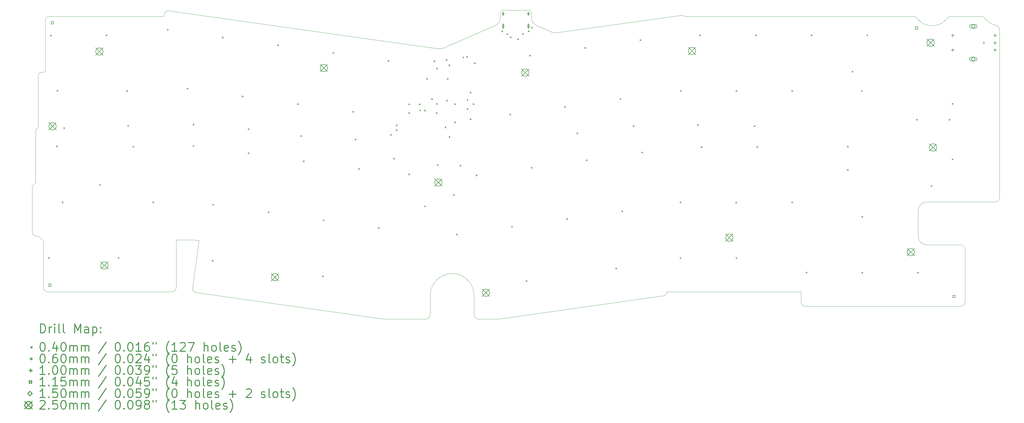
<source format=gbr>
%FSLAX45Y45*%
G04 Gerber Fmt 4.5, Leading zero omitted, Abs format (unit mm)*
G04 Created by KiCad (PCBNEW (5.1.9)-1) date 2021-06-30 09:07:26*
%MOMM*%
%LPD*%
G01*
G04 APERTURE LIST*
%TA.AperFunction,Profile*%
%ADD10C,0.100000*%
%TD*%
%ADD11C,0.200000*%
%ADD12C,0.300000*%
G04 APERTURE END LIST*
D10*
X-350000Y1705000D02*
X-200000Y1555000D01*
X16676077Y8908506D02*
G75*
G02*
X16495700Y9183625I119623J275119D01*
G01*
X17196080Y8682408D02*
X16676077Y8908506D01*
X17357454Y8660446D02*
G75*
G02*
X17196080Y8682408I-41752J297080D01*
G01*
X21611421Y9258303D02*
X17357454Y8660446D01*
X21611421Y9258303D02*
G75*
G02*
X21734021Y9220000I20876J-148540D01*
G01*
X29562946Y9220000D02*
X21734021Y9220000D01*
X29562946Y9220000D02*
G75*
G02*
X29683139Y9159742I0J-150000D01*
G01*
X30724811Y9159742D02*
G75*
G02*
X29683139Y9159742I-520836J388883D01*
G01*
X30724811Y9159742D02*
G75*
G02*
X30845004Y9220000I120193J-89742D01*
G01*
X31882446Y9220000D02*
X30845004Y9220000D01*
X31882446Y9220000D02*
G75*
G02*
X32002639Y9159742I0J-150000D01*
G01*
X32389412Y8912601D02*
G75*
G02*
X32002639Y9159742I134063J636025D01*
G01*
X32389412Y8912601D02*
G75*
G02*
X32508475Y8765826I-30938J-146775D01*
G01*
X32508475Y3021850D02*
X32508475Y8765826D01*
X32508475Y3021850D02*
G75*
G02*
X32358475Y2871850I-150000J0D01*
G01*
X30022525Y2871850D02*
X32358475Y2871850D01*
X29722525Y2571850D02*
G75*
G02*
X30022525Y2871850I300000J0D01*
G01*
X29722525Y1704850D02*
X29722525Y2571850D01*
X30022525Y1404850D02*
G75*
G02*
X29722525Y1704850I0J300000D01*
G01*
X31177525Y1404850D02*
X30022525Y1404850D01*
X31177525Y1404850D02*
G75*
G02*
X31327525Y1254850I0J-150000D01*
G01*
X31327525Y-545150D02*
X31327525Y1254850D01*
X31327525Y-545150D02*
G75*
G02*
X31177525Y-695150I-150000J0D01*
G01*
X25867525Y-695150D02*
X31177525Y-695150D01*
X25867525Y-695150D02*
G75*
G02*
X25717525Y-545150I0J150000D01*
G01*
X25717525Y-200000D02*
X25717525Y-545150D01*
X21134093Y-200000D02*
X25717525Y-200000D01*
X21134093Y-200000D02*
G75*
G02*
X21005244Y-339466I-149725J9075D01*
G01*
X15365651Y-1132059D02*
X21005244Y-339466D01*
X15365651Y-1132059D02*
G75*
G02*
X15344775Y-1133519I-20876J148540D01*
G01*
X14685254Y-1133519D02*
X15344775Y-1133519D01*
X14685254Y-1133519D02*
G75*
G02*
X14535254Y-983519I0J150000D01*
G01*
X14535254Y-327779D02*
X14535254Y-983519D01*
X13035254Y-327779D02*
G75*
G02*
X14535254Y-327779I750000J0D01*
G01*
X13035254Y-327779D02*
X13035254Y-983519D01*
X13035254Y-983519D02*
G75*
G02*
X12885254Y-1133519I-150000J0D01*
G01*
X11471914Y-1133519D02*
X12885254Y-1133519D01*
X11471914Y-1133519D02*
G75*
G02*
X11451038Y-1132059I0J150000D01*
G01*
X5029602Y-229585D02*
X11451038Y-1132059D01*
X5029602Y-229585D02*
G75*
G02*
X4901937Y-60169I20876J148540D01*
G01*
X4901937Y-60169D02*
X5128790Y1553968D01*
X5128790Y1553968D02*
X4943563Y1580000D01*
X4943563Y1580000D02*
X4344375Y1580000D01*
X4344375Y1580000D02*
X4344375Y-50000D01*
X4344375Y-50000D02*
G75*
G02*
X4194375Y-200000I-150000J0D01*
G01*
X-50000Y-200000D02*
X4194375Y-200000D01*
X-50000Y-200000D02*
G75*
G02*
X-200000Y-50000I0J150000D01*
G01*
X-200000Y1555000D02*
X-200000Y-50000D01*
X-427075Y1705000D02*
X-350000Y1705000D01*
X-427075Y1705000D02*
G75*
G02*
X-577075Y1855000I0J150000D01*
G01*
X-577075Y3359802D02*
X-577075Y1855000D01*
X-577075Y3359802D02*
G75*
G02*
X-464725Y3505000I150000J0D01*
G01*
X-464725Y5275423D02*
X-464725Y3505000D01*
X-464725Y5275423D02*
G75*
G02*
X-380975Y5410000I150000J0D01*
G01*
X-380975Y7165000D02*
X-380975Y5410000D01*
X-380975Y7165000D02*
G75*
G02*
X-230975Y7315000I150000J0D01*
G01*
X-133325Y7315000D02*
X-230975Y7315000D01*
X-133325Y9070000D02*
X-133325Y7315000D01*
X-133325Y9070000D02*
G75*
G02*
X16675Y9220000I150000J0D01*
G01*
X3927757Y9220000D02*
X16675Y9220000D01*
X3936904Y9285085D02*
X3927757Y9220000D01*
X3936904Y9285085D02*
G75*
G02*
X4106320Y9412749I148540J-20876D01*
G01*
X13324561Y8117210D02*
X4106320Y9412749D01*
X13485936Y8139171D02*
G75*
G02*
X13324561Y8117210I-119623J275119D01*
G01*
X15255322Y8908506D02*
X13485936Y8139171D01*
X15435700Y9183625D02*
G75*
G02*
X15255322Y8908506I-300000J0D01*
G01*
X15435700Y9333625D02*
X15435700Y9183625D01*
X15435700Y9333625D02*
G75*
G02*
X15535700Y9433625I100000J0D01*
G01*
X16395700Y9433625D02*
X15535700Y9433625D01*
X16395700Y9433625D02*
G75*
G02*
X16495700Y9333625I0J-100000D01*
G01*
X16495700Y9183625D02*
X16495700Y9333625D01*
D11*
X-30500Y972000D02*
X9500Y932000D01*
X9500Y972000D02*
X-30500Y932000D01*
X38500Y8588500D02*
X78500Y8548500D01*
X78500Y8588500D02*
X38500Y8548500D01*
X250000Y4795000D02*
X290000Y4755000D01*
X290000Y4795000D02*
X250000Y4755000D01*
X267500Y6697500D02*
X307500Y6657500D01*
X307500Y6697500D02*
X267500Y6657500D01*
X440000Y2878500D02*
X480000Y2838500D01*
X480000Y2878500D02*
X440000Y2838500D01*
X499000Y5417000D02*
X539000Y5377000D01*
X539000Y5417000D02*
X499000Y5377000D01*
X1719000Y3476000D02*
X1759000Y3436000D01*
X1759000Y3476000D02*
X1719000Y3436000D01*
X1942500Y8595000D02*
X1982500Y8555000D01*
X1982500Y8595000D02*
X1942500Y8555000D01*
X2353500Y978500D02*
X2393500Y938500D01*
X2393500Y978500D02*
X2353500Y938500D01*
X2648500Y6688500D02*
X2688500Y6648500D01*
X2688500Y6688500D02*
X2648500Y6648500D01*
X2685500Y5499500D02*
X2725500Y5459500D01*
X2725500Y5499500D02*
X2685500Y5459500D01*
X2860500Y4780000D02*
X2900500Y4740000D01*
X2900500Y4780000D02*
X2860500Y4740000D01*
X3543500Y2878000D02*
X3583500Y2838000D01*
X3583500Y2878000D02*
X3543500Y2838000D01*
X4040000Y8785000D02*
X4080000Y8745000D01*
X4080000Y8785000D02*
X4040000Y8745000D01*
X4715000Y6770000D02*
X4755000Y6730000D01*
X4755000Y6770000D02*
X4715000Y6730000D01*
X4920000Y5538000D02*
X4960000Y5498000D01*
X4960000Y5538000D02*
X4920000Y5498000D01*
X4920000Y4805000D02*
X4960000Y4765000D01*
X4960000Y4805000D02*
X4920000Y4765000D01*
X5575000Y880000D02*
X5615000Y840000D01*
X5615000Y880000D02*
X5575000Y840000D01*
X5595000Y2800000D02*
X5635000Y2760000D01*
X5635000Y2800000D02*
X5595000Y2760000D01*
X5920000Y8520000D02*
X5960000Y8480000D01*
X5960000Y8520000D02*
X5920000Y8480000D01*
X6600000Y6505000D02*
X6640000Y6465000D01*
X6640000Y6505000D02*
X6600000Y6465000D01*
X6805000Y5381000D02*
X6845000Y5341000D01*
X6845000Y5381000D02*
X6805000Y5341000D01*
X6805000Y4560000D02*
X6845000Y4520000D01*
X6845000Y4560000D02*
X6805000Y4520000D01*
X7490000Y2540000D02*
X7530000Y2500000D01*
X7530000Y2540000D02*
X7490000Y2500000D01*
X7810000Y8255000D02*
X7850000Y8215000D01*
X7850000Y8255000D02*
X7810000Y8215000D01*
X8490000Y6240000D02*
X8530000Y6200000D01*
X8530000Y6240000D02*
X8490000Y6200000D01*
X8603000Y5152000D02*
X8643000Y5112000D01*
X8643000Y5152000D02*
X8603000Y5112000D01*
X8690000Y4285000D02*
X8730000Y4245000D01*
X8730000Y4285000D02*
X8690000Y4245000D01*
X9345000Y350000D02*
X9385000Y310000D01*
X9385000Y350000D02*
X9345000Y310000D01*
X9370000Y2265000D02*
X9410000Y2225000D01*
X9410000Y2265000D02*
X9370000Y2225000D01*
X9700000Y7990000D02*
X9740000Y7950000D01*
X9740000Y7990000D02*
X9700000Y7950000D01*
X10375000Y5975000D02*
X10415000Y5935000D01*
X10415000Y5975000D02*
X10375000Y5935000D01*
X10464000Y5031000D02*
X10504000Y4991000D01*
X10504000Y5031000D02*
X10464000Y4991000D01*
X10580000Y4020000D02*
X10620000Y3980000D01*
X10620000Y4020000D02*
X10580000Y3980000D01*
X11255000Y2005000D02*
X11295000Y1965000D01*
X11295000Y2005000D02*
X11255000Y1965000D01*
X11585000Y7725000D02*
X11625000Y7685000D01*
X11625000Y7725000D02*
X11585000Y7685000D01*
X11670000Y5190000D02*
X11710000Y5150000D01*
X11710000Y5190000D02*
X11670000Y5150000D01*
X11780000Y4380000D02*
X11820000Y4340000D01*
X11820000Y4380000D02*
X11780000Y4340000D01*
X11865000Y5349000D02*
X11905000Y5309000D01*
X11905000Y5349000D02*
X11865000Y5309000D01*
X11870000Y5510000D02*
X11910000Y5470000D01*
X11910000Y5510000D02*
X11870000Y5470000D01*
X12297000Y5937000D02*
X12337000Y5897000D01*
X12337000Y5937000D02*
X12297000Y5897000D01*
X12299000Y3835000D02*
X12339000Y3795000D01*
X12339000Y3835000D02*
X12299000Y3795000D01*
X12300000Y6230000D02*
X12340000Y6190000D01*
X12340000Y6230000D02*
X12300000Y6190000D01*
X12655000Y6230000D02*
X12695000Y6190000D01*
X12695000Y6230000D02*
X12655000Y6190000D01*
X12671000Y6025000D02*
X12711000Y5985000D01*
X12711000Y6025000D02*
X12671000Y5985000D01*
X12830000Y6024000D02*
X12870000Y5984000D01*
X12870000Y6024000D02*
X12830000Y5984000D01*
X12840000Y2740000D02*
X12880000Y2700000D01*
X12880000Y2740000D02*
X12840000Y2700000D01*
X12905000Y7105000D02*
X12945000Y7065000D01*
X12945000Y7105000D02*
X12905000Y7065000D01*
X13077000Y6411000D02*
X13117000Y6371000D01*
X13117000Y6411000D02*
X13077000Y6371000D01*
X13162000Y7707000D02*
X13202000Y7667000D01*
X13202000Y7707000D02*
X13162000Y7667000D01*
X13237000Y5937000D02*
X13277000Y5897000D01*
X13277000Y5937000D02*
X13237000Y5897000D01*
X13244500Y6244500D02*
X13284500Y6204500D01*
X13284500Y6244500D02*
X13244500Y6204500D01*
X13252000Y7462000D02*
X13292000Y7422000D01*
X13292000Y7462000D02*
X13252000Y7422000D01*
X13273000Y4159000D02*
X13313000Y4119000D01*
X13313000Y4159000D02*
X13273000Y4119000D01*
X13538000Y5448000D02*
X13578000Y5408000D01*
X13578000Y5448000D02*
X13538000Y5408000D01*
X13577615Y7758385D02*
X13617615Y7718385D01*
X13617615Y7758385D02*
X13577615Y7718385D01*
X13590000Y6360000D02*
X13630000Y6320000D01*
X13630000Y6360000D02*
X13590000Y6320000D01*
X13615000Y7105000D02*
X13655000Y7065000D01*
X13655000Y7105000D02*
X13615000Y7065000D01*
X13665525Y7567475D02*
X13705525Y7527475D01*
X13705525Y7567475D02*
X13665525Y7527475D01*
X13675000Y5115000D02*
X13715000Y5075000D01*
X13715000Y5115000D02*
X13675000Y5075000D01*
X13822000Y3131000D02*
X13862000Y3091000D01*
X13862000Y3131000D02*
X13822000Y3091000D01*
X13865000Y6239000D02*
X13905000Y6199000D01*
X13905000Y6239000D02*
X13865000Y6199000D01*
X13865000Y5615000D02*
X13905000Y5575000D01*
X13905000Y5615000D02*
X13865000Y5575000D01*
X13930000Y1780000D02*
X13970000Y1740000D01*
X13970000Y1780000D02*
X13930000Y1740000D01*
X14050000Y4132000D02*
X14090000Y4092000D01*
X14090000Y4132000D02*
X14050000Y4092000D01*
X14148737Y7837263D02*
X14188737Y7797263D01*
X14188737Y7837263D02*
X14148737Y7797263D01*
X14281912Y7858088D02*
X14321912Y7818088D01*
X14321912Y7858088D02*
X14281912Y7818088D01*
X14293000Y6389000D02*
X14333000Y6349000D01*
X14333000Y6389000D02*
X14293000Y6349000D01*
X14293000Y6073000D02*
X14333000Y6033000D01*
X14333000Y6073000D02*
X14293000Y6033000D01*
X14398000Y6642000D02*
X14438000Y6602000D01*
X14438000Y6642000D02*
X14398000Y6602000D01*
X14400000Y5722346D02*
X14440000Y5682346D01*
X14440000Y5722346D02*
X14400000Y5682346D01*
X14501000Y6239000D02*
X14541000Y6199000D01*
X14541000Y6239000D02*
X14501000Y6199000D01*
X14545000Y7640000D02*
X14585000Y7600000D01*
X14585000Y7640000D02*
X14545000Y7600000D01*
X14600000Y3800000D02*
X14640000Y3760000D01*
X14640000Y3800000D02*
X14600000Y3760000D01*
X15477000Y8733000D02*
X15517000Y8693000D01*
X15517000Y8733000D02*
X15477000Y8693000D01*
X15652500Y8632500D02*
X15692500Y8592500D01*
X15692500Y8632500D02*
X15652500Y8592500D01*
X15755000Y5885000D02*
X15795000Y5845000D01*
X15795000Y5885000D02*
X15755000Y5845000D01*
X15767500Y8530000D02*
X15807500Y8490000D01*
X15807500Y8530000D02*
X15767500Y8490000D01*
X15810000Y2045000D02*
X15850000Y2005000D01*
X15850000Y2045000D02*
X15810000Y2005000D01*
X16025000Y8457500D02*
X16065000Y8417500D01*
X16065000Y8457500D02*
X16025000Y8417500D01*
X16187500Y8635000D02*
X16227500Y8595000D01*
X16227500Y8635000D02*
X16187500Y8595000D01*
X16310000Y190000D02*
X16350000Y150000D01*
X16350000Y190000D02*
X16310000Y150000D01*
X16390126Y8732626D02*
X16430126Y8692626D01*
X16430126Y8732626D02*
X16390126Y8692626D01*
X16430000Y7900000D02*
X16470000Y7860000D01*
X16470000Y7900000D02*
X16430000Y7860000D01*
X16485000Y4065000D02*
X16525000Y4025000D01*
X16525000Y4065000D02*
X16485000Y4025000D01*
X16499882Y8857882D02*
X16539882Y8817882D01*
X16539882Y8857882D02*
X16499882Y8817882D01*
X17635000Y6150000D02*
X17675000Y6110000D01*
X17675000Y6150000D02*
X17635000Y6110000D01*
X17695000Y2310000D02*
X17735000Y2270000D01*
X17735000Y2310000D02*
X17695000Y2270000D01*
X18050000Y5245000D02*
X18090000Y5205000D01*
X18090000Y5245000D02*
X18050000Y5205000D01*
X18320000Y8165000D02*
X18360000Y8125000D01*
X18360000Y8165000D02*
X18320000Y8125000D01*
X18370000Y4320000D02*
X18410000Y4280000D01*
X18410000Y4320000D02*
X18370000Y4280000D01*
X19375000Y620000D02*
X19415000Y580000D01*
X19415000Y620000D02*
X19375000Y580000D01*
X19525000Y6415000D02*
X19565000Y6375000D01*
X19565000Y6415000D02*
X19525000Y6375000D01*
X19585000Y2575000D02*
X19625000Y2535000D01*
X19625000Y2575000D02*
X19585000Y2535000D01*
X19972500Y5487500D02*
X20012500Y5447500D01*
X20012500Y5487500D02*
X19972500Y5447500D01*
X20205000Y8430000D02*
X20245000Y8390000D01*
X20245000Y8430000D02*
X20205000Y8390000D01*
X20265000Y4585000D02*
X20305000Y4545000D01*
X20305000Y4585000D02*
X20265000Y4545000D01*
X21580000Y2880000D02*
X21620000Y2840000D01*
X21620000Y2880000D02*
X21580000Y2840000D01*
X21580000Y970000D02*
X21620000Y930000D01*
X21620000Y970000D02*
X21580000Y930000D01*
X21590000Y6695000D02*
X21630000Y6655000D01*
X21630000Y6695000D02*
X21590000Y6655000D01*
X22169500Y5525500D02*
X22209500Y5485500D01*
X22209500Y5525500D02*
X22169500Y5485500D01*
X22245000Y8595000D02*
X22285000Y8555000D01*
X22285000Y8595000D02*
X22245000Y8555000D01*
X22295000Y4770000D02*
X22335000Y4730000D01*
X22335000Y4770000D02*
X22295000Y4730000D01*
X23485000Y2870000D02*
X23525000Y2830000D01*
X23525000Y2870000D02*
X23485000Y2830000D01*
X23490000Y6690000D02*
X23530000Y6650000D01*
X23530000Y6690000D02*
X23490000Y6650000D01*
X23490000Y970000D02*
X23530000Y930000D01*
X23530000Y970000D02*
X23490000Y930000D01*
X24107000Y5483000D02*
X24147000Y5443000D01*
X24147000Y5483000D02*
X24107000Y5443000D01*
X24160000Y8595000D02*
X24200000Y8555000D01*
X24200000Y8595000D02*
X24160000Y8555000D01*
X24200000Y4775000D02*
X24240000Y4735000D01*
X24240000Y4775000D02*
X24200000Y4735000D01*
X25395000Y6685000D02*
X25435000Y6645000D01*
X25435000Y6685000D02*
X25395000Y6645000D01*
X25395000Y2875000D02*
X25435000Y2835000D01*
X25435000Y2875000D02*
X25395000Y2835000D01*
X25890000Y480000D02*
X25930000Y440000D01*
X25930000Y480000D02*
X25890000Y440000D01*
X26060000Y8595000D02*
X26100000Y8555000D01*
X26100000Y8595000D02*
X26060000Y8555000D01*
X27300000Y4785000D02*
X27340000Y4745000D01*
X27340000Y4785000D02*
X27300000Y4745000D01*
X27300000Y3990000D02*
X27340000Y3950000D01*
X27340000Y3990000D02*
X27300000Y3950000D01*
X27458500Y7351500D02*
X27498500Y7311500D01*
X27498500Y7351500D02*
X27458500Y7311500D01*
X27780000Y6685000D02*
X27820000Y6645000D01*
X27820000Y6685000D02*
X27780000Y6645000D01*
X27795000Y2385000D02*
X27835000Y2345000D01*
X27835000Y2385000D02*
X27795000Y2345000D01*
X27795000Y470000D02*
X27835000Y430000D01*
X27835000Y470000D02*
X27795000Y430000D01*
X27965000Y8600000D02*
X28005000Y8560000D01*
X28005000Y8600000D02*
X27965000Y8560000D01*
X29662000Y5705000D02*
X29702000Y5665000D01*
X29702000Y5705000D02*
X29662000Y5665000D01*
X29695000Y470000D02*
X29735000Y430000D01*
X29735000Y470000D02*
X29695000Y430000D01*
X30164000Y3438000D02*
X30204000Y3398000D01*
X30204000Y3438000D02*
X30164000Y3398000D01*
X30777000Y5705000D02*
X30817000Y5665000D01*
X30817000Y5705000D02*
X30777000Y5665000D01*
X30880000Y6250000D02*
X30920000Y6210000D01*
X30920000Y6250000D02*
X30880000Y6210000D01*
X30885000Y4350000D02*
X30925000Y4310000D01*
X30925000Y4350000D02*
X30885000Y4310000D01*
X31953000Y8340000D02*
X31993000Y8300000D01*
X31993000Y8340000D02*
X31953000Y8300000D01*
X15561000Y9308000D02*
G75*
G03*
X15561000Y9308000I-30000J0D01*
G01*
X15551000Y9278000D02*
X15551000Y9338000D01*
X15511000Y9278000D02*
X15511000Y9338000D01*
X15551000Y9338000D02*
G75*
G03*
X15511000Y9338000I-20000J0D01*
G01*
X15511000Y9278000D02*
G75*
G03*
X15551000Y9278000I20000J0D01*
G01*
X15561000Y8890000D02*
G75*
G03*
X15561000Y8890000I-30000J0D01*
G01*
X15551000Y8835000D02*
X15551000Y8945000D01*
X15511000Y8835000D02*
X15511000Y8945000D01*
X15551000Y8945000D02*
G75*
G03*
X15511000Y8945000I-20000J0D01*
G01*
X15511000Y8835000D02*
G75*
G03*
X15551000Y8835000I20000J0D01*
G01*
X16425000Y9308000D02*
G75*
G03*
X16425000Y9308000I-30000J0D01*
G01*
X16415000Y9278000D02*
X16415000Y9338000D01*
X16375000Y9278000D02*
X16375000Y9338000D01*
X16415000Y9338000D02*
G75*
G03*
X16375000Y9338000I-20000J0D01*
G01*
X16375000Y9278000D02*
G75*
G03*
X16415000Y9278000I20000J0D01*
G01*
X16425000Y8890000D02*
G75*
G03*
X16425000Y8890000I-30000J0D01*
G01*
X16415000Y8835000D02*
X16415000Y8945000D01*
X16375000Y8835000D02*
X16375000Y8945000D01*
X16415000Y8945000D02*
G75*
G03*
X16375000Y8945000I-20000J0D01*
G01*
X16375000Y8835000D02*
G75*
G03*
X16415000Y8835000I20000J0D01*
G01*
X30908000Y8620000D02*
X30908000Y8520000D01*
X30858000Y8570000D02*
X30958000Y8570000D01*
X30908000Y8120000D02*
X30908000Y8020000D01*
X30858000Y8070000D02*
X30958000Y8070000D01*
X32358000Y8620000D02*
X32358000Y8520000D01*
X32308000Y8570000D02*
X32408000Y8570000D01*
X32358000Y8370000D02*
X32358000Y8270000D01*
X32308000Y8320000D02*
X32408000Y8320000D01*
X32358000Y8120000D02*
X32358000Y8020000D01*
X32308000Y8070000D02*
X32408000Y8070000D01*
X64730Y-11730D02*
X64730Y69730D01*
X-16730Y69730D01*
X-16730Y-11730D01*
X64730Y-11730D01*
X149730Y8961270D02*
X149730Y9042730D01*
X68270Y9042730D01*
X68270Y8961270D01*
X149730Y8961270D01*
X29709730Y8784270D02*
X29709730Y8865730D01*
X29628270Y8865730D01*
X29628270Y8784270D01*
X29709730Y8784270D01*
X30987730Y-399730D02*
X30987730Y-318270D01*
X30906270Y-318270D01*
X30906270Y-399730D01*
X30987730Y-399730D01*
X31608000Y8805000D02*
X31683000Y8880000D01*
X31608000Y8955000D01*
X31533000Y8880000D01*
X31608000Y8805000D01*
X31673000Y8945000D02*
X31543000Y8945000D01*
X31673000Y8815000D02*
X31543000Y8815000D01*
X31543000Y8945000D02*
G75*
G03*
X31543000Y8815000I0J-65000D01*
G01*
X31673000Y8815000D02*
G75*
G03*
X31673000Y8945000I0J65000D01*
G01*
X31608000Y7685000D02*
X31683000Y7760000D01*
X31608000Y7835000D01*
X31533000Y7760000D01*
X31608000Y7685000D01*
X31673000Y7825000D02*
X31543000Y7825000D01*
X31673000Y7695000D02*
X31543000Y7695000D01*
X31543000Y7825000D02*
G75*
G03*
X31543000Y7695000I0J-65000D01*
G01*
X31673000Y7695000D02*
G75*
G03*
X31673000Y7825000I0J65000D01*
G01*
X-9720Y5587500D02*
X240280Y5337500D01*
X240280Y5587500D02*
X-9720Y5337500D01*
X240280Y5462500D02*
G75*
G03*
X240280Y5462500I-125000J0D01*
G01*
X1594200Y8145000D02*
X1844200Y7895000D01*
X1844200Y8145000D02*
X1594200Y7895000D01*
X1844200Y8020000D02*
G75*
G03*
X1844200Y8020000I-125000J0D01*
G01*
X1765625Y825000D02*
X2015625Y575000D01*
X2015625Y825000D02*
X1765625Y575000D01*
X2015625Y700000D02*
G75*
G03*
X2015625Y700000I-125000J0D01*
G01*
X7600816Y425331D02*
X7850816Y175331D01*
X7850816Y425331D02*
X7600816Y175331D01*
X7850816Y300331D02*
G75*
G03*
X7850816Y300331I-125000J0D01*
G01*
X9273165Y7582236D02*
X9523165Y7332236D01*
X9523165Y7582236D02*
X9273165Y7332236D01*
X9523165Y7457236D02*
G75*
G03*
X9523165Y7457236I-125000J0D01*
G01*
X13188689Y3664265D02*
X13438689Y3414265D01*
X13438689Y3664265D02*
X13188689Y3414265D01*
X13438689Y3539265D02*
G75*
G03*
X13438689Y3539265I-125000J0D01*
G01*
X14814695Y-107587D02*
X15064695Y-357587D01*
X15064695Y-107587D02*
X14814695Y-357587D01*
X15064695Y-232587D02*
G75*
G03*
X15064695Y-232587I-125000J0D01*
G01*
X16160982Y7423068D02*
X16410982Y7173068D01*
X16410982Y7423068D02*
X16160982Y7173068D01*
X16410982Y7298068D02*
G75*
G03*
X16410982Y7298068I-125000J0D01*
G01*
X21863538Y8163518D02*
X22113538Y7913518D01*
X22113538Y8163518D02*
X21863538Y7913518D01*
X22113538Y8038518D02*
G75*
G03*
X22113538Y8038518I-125000J0D01*
G01*
X23139725Y1777500D02*
X23389725Y1527500D01*
X23389725Y1777500D02*
X23139725Y1527500D01*
X23389725Y1652500D02*
G75*
G03*
X23389725Y1652500I-125000J0D01*
G01*
X29350025Y1282350D02*
X29600025Y1032350D01*
X29600025Y1282350D02*
X29350025Y1032350D01*
X29600025Y1157350D02*
G75*
G03*
X29600025Y1157350I-125000J0D01*
G01*
X30026225Y8445000D02*
X30276225Y8195000D01*
X30276225Y8445000D02*
X30026225Y8195000D01*
X30276225Y8320000D02*
G75*
G03*
X30276225Y8320000I-125000J0D01*
G01*
X30109987Y4863675D02*
X30359987Y4613675D01*
X30359987Y4863675D02*
X30109987Y4613675D01*
X30359987Y4738675D02*
G75*
G03*
X30359987Y4738675I-125000J0D01*
G01*
D12*
X-295647Y-1604233D02*
X-295647Y-1304233D01*
X-224218Y-1304233D01*
X-181361Y-1318519D01*
X-152789Y-1347090D01*
X-138504Y-1375662D01*
X-124218Y-1432805D01*
X-124218Y-1475662D01*
X-138504Y-1532805D01*
X-152789Y-1561376D01*
X-181361Y-1589947D01*
X-224218Y-1604233D01*
X-295647Y-1604233D01*
X4353Y-1604233D02*
X4353Y-1404233D01*
X4353Y-1461376D02*
X18639Y-1432805D01*
X32925Y-1418519D01*
X61496Y-1404233D01*
X90068Y-1404233D01*
X190068Y-1604233D02*
X190068Y-1404233D01*
X190068Y-1304233D02*
X175782Y-1318519D01*
X190068Y-1332805D01*
X204353Y-1318519D01*
X190068Y-1304233D01*
X190068Y-1332805D01*
X375782Y-1604233D02*
X347211Y-1589947D01*
X332925Y-1561376D01*
X332925Y-1304233D01*
X532925Y-1604233D02*
X504353Y-1589947D01*
X490068Y-1561376D01*
X490068Y-1304233D01*
X875782Y-1604233D02*
X875782Y-1304233D01*
X975782Y-1518519D01*
X1075782Y-1304233D01*
X1075782Y-1604233D01*
X1347211Y-1604233D02*
X1347211Y-1447090D01*
X1332925Y-1418519D01*
X1304353Y-1404233D01*
X1247211Y-1404233D01*
X1218639Y-1418519D01*
X1347211Y-1589947D02*
X1318639Y-1604233D01*
X1247211Y-1604233D01*
X1218639Y-1589947D01*
X1204353Y-1561376D01*
X1204353Y-1532805D01*
X1218639Y-1504233D01*
X1247211Y-1489947D01*
X1318639Y-1489947D01*
X1347211Y-1475662D01*
X1490068Y-1404233D02*
X1490068Y-1704233D01*
X1490068Y-1418519D02*
X1518639Y-1404233D01*
X1575782Y-1404233D01*
X1604353Y-1418519D01*
X1618639Y-1432805D01*
X1632925Y-1461376D01*
X1632925Y-1547090D01*
X1618639Y-1575662D01*
X1604353Y-1589947D01*
X1575782Y-1604233D01*
X1518639Y-1604233D01*
X1490068Y-1589947D01*
X1761496Y-1575662D02*
X1775782Y-1589947D01*
X1761496Y-1604233D01*
X1747211Y-1589947D01*
X1761496Y-1575662D01*
X1761496Y-1604233D01*
X1761496Y-1418519D02*
X1775782Y-1432805D01*
X1761496Y-1447090D01*
X1747211Y-1432805D01*
X1761496Y-1418519D01*
X1761496Y-1447090D01*
X-622075Y-2078519D02*
X-582075Y-2118519D01*
X-582075Y-2078519D02*
X-622075Y-2118519D01*
X-238504Y-1934233D02*
X-209932Y-1934233D01*
X-181361Y-1948519D01*
X-167075Y-1962805D01*
X-152789Y-1991376D01*
X-138504Y-2048519D01*
X-138504Y-2119947D01*
X-152789Y-2177090D01*
X-167075Y-2205662D01*
X-181361Y-2219947D01*
X-209932Y-2234233D01*
X-238504Y-2234233D01*
X-267075Y-2219947D01*
X-281361Y-2205662D01*
X-295647Y-2177090D01*
X-309932Y-2119947D01*
X-309932Y-2048519D01*
X-295647Y-1991376D01*
X-281361Y-1962805D01*
X-267075Y-1948519D01*
X-238504Y-1934233D01*
X-9932Y-2205662D02*
X4353Y-2219947D01*
X-9932Y-2234233D01*
X-24218Y-2219947D01*
X-9932Y-2205662D01*
X-9932Y-2234233D01*
X261496Y-2034233D02*
X261496Y-2234233D01*
X190068Y-1919947D02*
X118639Y-2134233D01*
X304353Y-2134233D01*
X475782Y-1934233D02*
X504353Y-1934233D01*
X532925Y-1948519D01*
X547211Y-1962805D01*
X561496Y-1991376D01*
X575782Y-2048519D01*
X575782Y-2119947D01*
X561496Y-2177090D01*
X547211Y-2205662D01*
X532925Y-2219947D01*
X504353Y-2234233D01*
X475782Y-2234233D01*
X447211Y-2219947D01*
X432925Y-2205662D01*
X418639Y-2177090D01*
X404353Y-2119947D01*
X404353Y-2048519D01*
X418639Y-1991376D01*
X432925Y-1962805D01*
X447211Y-1948519D01*
X475782Y-1934233D01*
X704353Y-2234233D02*
X704353Y-2034233D01*
X704353Y-2062805D02*
X718639Y-2048519D01*
X747211Y-2034233D01*
X790068Y-2034233D01*
X818639Y-2048519D01*
X832925Y-2077090D01*
X832925Y-2234233D01*
X832925Y-2077090D02*
X847211Y-2048519D01*
X875782Y-2034233D01*
X918639Y-2034233D01*
X947211Y-2048519D01*
X961496Y-2077090D01*
X961496Y-2234233D01*
X1104353Y-2234233D02*
X1104353Y-2034233D01*
X1104353Y-2062805D02*
X1118639Y-2048519D01*
X1147211Y-2034233D01*
X1190068Y-2034233D01*
X1218639Y-2048519D01*
X1232925Y-2077090D01*
X1232925Y-2234233D01*
X1232925Y-2077090D02*
X1247211Y-2048519D01*
X1275782Y-2034233D01*
X1318639Y-2034233D01*
X1347211Y-2048519D01*
X1361496Y-2077090D01*
X1361496Y-2234233D01*
X1947211Y-1919947D02*
X1690068Y-2305662D01*
X2332925Y-1934233D02*
X2361496Y-1934233D01*
X2390068Y-1948519D01*
X2404353Y-1962805D01*
X2418639Y-1991376D01*
X2432925Y-2048519D01*
X2432925Y-2119947D01*
X2418639Y-2177090D01*
X2404353Y-2205662D01*
X2390068Y-2219947D01*
X2361496Y-2234233D01*
X2332925Y-2234233D01*
X2304353Y-2219947D01*
X2290068Y-2205662D01*
X2275782Y-2177090D01*
X2261496Y-2119947D01*
X2261496Y-2048519D01*
X2275782Y-1991376D01*
X2290068Y-1962805D01*
X2304353Y-1948519D01*
X2332925Y-1934233D01*
X2561496Y-2205662D02*
X2575782Y-2219947D01*
X2561496Y-2234233D01*
X2547211Y-2219947D01*
X2561496Y-2205662D01*
X2561496Y-2234233D01*
X2761496Y-1934233D02*
X2790068Y-1934233D01*
X2818639Y-1948519D01*
X2832925Y-1962805D01*
X2847211Y-1991376D01*
X2861496Y-2048519D01*
X2861496Y-2119947D01*
X2847211Y-2177090D01*
X2832925Y-2205662D01*
X2818639Y-2219947D01*
X2790068Y-2234233D01*
X2761496Y-2234233D01*
X2732925Y-2219947D01*
X2718639Y-2205662D01*
X2704353Y-2177090D01*
X2690068Y-2119947D01*
X2690068Y-2048519D01*
X2704353Y-1991376D01*
X2718639Y-1962805D01*
X2732925Y-1948519D01*
X2761496Y-1934233D01*
X3147211Y-2234233D02*
X2975782Y-2234233D01*
X3061496Y-2234233D02*
X3061496Y-1934233D01*
X3032925Y-1977090D01*
X3004353Y-2005662D01*
X2975782Y-2019947D01*
X3404353Y-1934233D02*
X3347211Y-1934233D01*
X3318639Y-1948519D01*
X3304353Y-1962805D01*
X3275782Y-2005662D01*
X3261496Y-2062805D01*
X3261496Y-2177090D01*
X3275782Y-2205662D01*
X3290068Y-2219947D01*
X3318639Y-2234233D01*
X3375782Y-2234233D01*
X3404353Y-2219947D01*
X3418639Y-2205662D01*
X3432925Y-2177090D01*
X3432925Y-2105662D01*
X3418639Y-2077090D01*
X3404353Y-2062805D01*
X3375782Y-2048519D01*
X3318639Y-2048519D01*
X3290068Y-2062805D01*
X3275782Y-2077090D01*
X3261496Y-2105662D01*
X3547211Y-1934233D02*
X3547211Y-1991376D01*
X3661496Y-1934233D02*
X3661496Y-1991376D01*
X4104353Y-2348519D02*
X4090068Y-2334233D01*
X4061496Y-2291376D01*
X4047211Y-2262805D01*
X4032925Y-2219947D01*
X4018639Y-2148519D01*
X4018639Y-2091376D01*
X4032925Y-2019947D01*
X4047211Y-1977090D01*
X4061496Y-1948519D01*
X4090068Y-1905662D01*
X4104353Y-1891376D01*
X4375782Y-2234233D02*
X4204353Y-2234233D01*
X4290068Y-2234233D02*
X4290068Y-1934233D01*
X4261496Y-1977090D01*
X4232925Y-2005662D01*
X4204353Y-2019947D01*
X4490068Y-1962805D02*
X4504353Y-1948519D01*
X4532925Y-1934233D01*
X4604353Y-1934233D01*
X4632925Y-1948519D01*
X4647211Y-1962805D01*
X4661496Y-1991376D01*
X4661496Y-2019947D01*
X4647211Y-2062805D01*
X4475782Y-2234233D01*
X4661496Y-2234233D01*
X4761496Y-1934233D02*
X4961496Y-1934233D01*
X4832925Y-2234233D01*
X5304353Y-2234233D02*
X5304353Y-1934233D01*
X5432925Y-2234233D02*
X5432925Y-2077090D01*
X5418639Y-2048519D01*
X5390068Y-2034233D01*
X5347211Y-2034233D01*
X5318639Y-2048519D01*
X5304353Y-2062805D01*
X5618639Y-2234233D02*
X5590068Y-2219947D01*
X5575782Y-2205662D01*
X5561496Y-2177090D01*
X5561496Y-2091376D01*
X5575782Y-2062805D01*
X5590068Y-2048519D01*
X5618639Y-2034233D01*
X5661496Y-2034233D01*
X5690068Y-2048519D01*
X5704353Y-2062805D01*
X5718639Y-2091376D01*
X5718639Y-2177090D01*
X5704353Y-2205662D01*
X5690068Y-2219947D01*
X5661496Y-2234233D01*
X5618639Y-2234233D01*
X5890068Y-2234233D02*
X5861496Y-2219947D01*
X5847211Y-2191376D01*
X5847211Y-1934233D01*
X6118639Y-2219947D02*
X6090068Y-2234233D01*
X6032925Y-2234233D01*
X6004353Y-2219947D01*
X5990068Y-2191376D01*
X5990068Y-2077090D01*
X6004353Y-2048519D01*
X6032925Y-2034233D01*
X6090068Y-2034233D01*
X6118639Y-2048519D01*
X6132925Y-2077090D01*
X6132925Y-2105662D01*
X5990068Y-2134233D01*
X6247211Y-2219947D02*
X6275782Y-2234233D01*
X6332925Y-2234233D01*
X6361496Y-2219947D01*
X6375782Y-2191376D01*
X6375782Y-2177090D01*
X6361496Y-2148519D01*
X6332925Y-2134233D01*
X6290068Y-2134233D01*
X6261496Y-2119947D01*
X6247211Y-2091376D01*
X6247211Y-2077090D01*
X6261496Y-2048519D01*
X6290068Y-2034233D01*
X6332925Y-2034233D01*
X6361496Y-2048519D01*
X6475782Y-2348519D02*
X6490068Y-2334233D01*
X6518639Y-2291376D01*
X6532925Y-2262805D01*
X6547211Y-2219947D01*
X6561496Y-2148519D01*
X6561496Y-2091376D01*
X6547211Y-2019947D01*
X6532925Y-1977090D01*
X6518639Y-1948519D01*
X6490068Y-1905662D01*
X6475782Y-1891376D01*
X-582075Y-2494519D02*
G75*
G03*
X-582075Y-2494519I-30000J0D01*
G01*
X-238504Y-2330233D02*
X-209932Y-2330233D01*
X-181361Y-2344519D01*
X-167075Y-2358805D01*
X-152789Y-2387376D01*
X-138504Y-2444519D01*
X-138504Y-2515947D01*
X-152789Y-2573090D01*
X-167075Y-2601662D01*
X-181361Y-2615947D01*
X-209932Y-2630233D01*
X-238504Y-2630233D01*
X-267075Y-2615947D01*
X-281361Y-2601662D01*
X-295647Y-2573090D01*
X-309932Y-2515947D01*
X-309932Y-2444519D01*
X-295647Y-2387376D01*
X-281361Y-2358805D01*
X-267075Y-2344519D01*
X-238504Y-2330233D01*
X-9932Y-2601662D02*
X4353Y-2615947D01*
X-9932Y-2630233D01*
X-24218Y-2615947D01*
X-9932Y-2601662D01*
X-9932Y-2630233D01*
X261496Y-2330233D02*
X204353Y-2330233D01*
X175782Y-2344519D01*
X161496Y-2358805D01*
X132925Y-2401662D01*
X118639Y-2458805D01*
X118639Y-2573090D01*
X132925Y-2601662D01*
X147211Y-2615947D01*
X175782Y-2630233D01*
X232925Y-2630233D01*
X261496Y-2615947D01*
X275782Y-2601662D01*
X290068Y-2573090D01*
X290068Y-2501662D01*
X275782Y-2473090D01*
X261496Y-2458805D01*
X232925Y-2444519D01*
X175782Y-2444519D01*
X147211Y-2458805D01*
X132925Y-2473090D01*
X118639Y-2501662D01*
X475782Y-2330233D02*
X504353Y-2330233D01*
X532925Y-2344519D01*
X547211Y-2358805D01*
X561496Y-2387376D01*
X575782Y-2444519D01*
X575782Y-2515947D01*
X561496Y-2573090D01*
X547211Y-2601662D01*
X532925Y-2615947D01*
X504353Y-2630233D01*
X475782Y-2630233D01*
X447211Y-2615947D01*
X432925Y-2601662D01*
X418639Y-2573090D01*
X404353Y-2515947D01*
X404353Y-2444519D01*
X418639Y-2387376D01*
X432925Y-2358805D01*
X447211Y-2344519D01*
X475782Y-2330233D01*
X704353Y-2630233D02*
X704353Y-2430233D01*
X704353Y-2458805D02*
X718639Y-2444519D01*
X747211Y-2430233D01*
X790068Y-2430233D01*
X818639Y-2444519D01*
X832925Y-2473090D01*
X832925Y-2630233D01*
X832925Y-2473090D02*
X847211Y-2444519D01*
X875782Y-2430233D01*
X918639Y-2430233D01*
X947211Y-2444519D01*
X961496Y-2473090D01*
X961496Y-2630233D01*
X1104353Y-2630233D02*
X1104353Y-2430233D01*
X1104353Y-2458805D02*
X1118639Y-2444519D01*
X1147211Y-2430233D01*
X1190068Y-2430233D01*
X1218639Y-2444519D01*
X1232925Y-2473090D01*
X1232925Y-2630233D01*
X1232925Y-2473090D02*
X1247211Y-2444519D01*
X1275782Y-2430233D01*
X1318639Y-2430233D01*
X1347211Y-2444519D01*
X1361496Y-2473090D01*
X1361496Y-2630233D01*
X1947211Y-2315947D02*
X1690068Y-2701662D01*
X2332925Y-2330233D02*
X2361496Y-2330233D01*
X2390068Y-2344519D01*
X2404353Y-2358805D01*
X2418639Y-2387376D01*
X2432925Y-2444519D01*
X2432925Y-2515947D01*
X2418639Y-2573090D01*
X2404353Y-2601662D01*
X2390068Y-2615947D01*
X2361496Y-2630233D01*
X2332925Y-2630233D01*
X2304353Y-2615947D01*
X2290068Y-2601662D01*
X2275782Y-2573090D01*
X2261496Y-2515947D01*
X2261496Y-2444519D01*
X2275782Y-2387376D01*
X2290068Y-2358805D01*
X2304353Y-2344519D01*
X2332925Y-2330233D01*
X2561496Y-2601662D02*
X2575782Y-2615947D01*
X2561496Y-2630233D01*
X2547211Y-2615947D01*
X2561496Y-2601662D01*
X2561496Y-2630233D01*
X2761496Y-2330233D02*
X2790068Y-2330233D01*
X2818639Y-2344519D01*
X2832925Y-2358805D01*
X2847211Y-2387376D01*
X2861496Y-2444519D01*
X2861496Y-2515947D01*
X2847211Y-2573090D01*
X2832925Y-2601662D01*
X2818639Y-2615947D01*
X2790068Y-2630233D01*
X2761496Y-2630233D01*
X2732925Y-2615947D01*
X2718639Y-2601662D01*
X2704353Y-2573090D01*
X2690068Y-2515947D01*
X2690068Y-2444519D01*
X2704353Y-2387376D01*
X2718639Y-2358805D01*
X2732925Y-2344519D01*
X2761496Y-2330233D01*
X2975782Y-2358805D02*
X2990068Y-2344519D01*
X3018639Y-2330233D01*
X3090068Y-2330233D01*
X3118639Y-2344519D01*
X3132925Y-2358805D01*
X3147211Y-2387376D01*
X3147211Y-2415947D01*
X3132925Y-2458805D01*
X2961496Y-2630233D01*
X3147211Y-2630233D01*
X3404353Y-2430233D02*
X3404353Y-2630233D01*
X3332925Y-2315947D02*
X3261496Y-2530233D01*
X3447211Y-2530233D01*
X3547211Y-2330233D02*
X3547211Y-2387376D01*
X3661496Y-2330233D02*
X3661496Y-2387376D01*
X4104353Y-2744519D02*
X4090068Y-2730233D01*
X4061496Y-2687376D01*
X4047211Y-2658805D01*
X4032925Y-2615947D01*
X4018639Y-2544519D01*
X4018639Y-2487376D01*
X4032925Y-2415947D01*
X4047211Y-2373090D01*
X4061496Y-2344519D01*
X4090068Y-2301662D01*
X4104353Y-2287376D01*
X4275782Y-2330233D02*
X4304353Y-2330233D01*
X4332925Y-2344519D01*
X4347211Y-2358805D01*
X4361496Y-2387376D01*
X4375782Y-2444519D01*
X4375782Y-2515947D01*
X4361496Y-2573090D01*
X4347211Y-2601662D01*
X4332925Y-2615947D01*
X4304353Y-2630233D01*
X4275782Y-2630233D01*
X4247211Y-2615947D01*
X4232925Y-2601662D01*
X4218639Y-2573090D01*
X4204353Y-2515947D01*
X4204353Y-2444519D01*
X4218639Y-2387376D01*
X4232925Y-2358805D01*
X4247211Y-2344519D01*
X4275782Y-2330233D01*
X4732925Y-2630233D02*
X4732925Y-2330233D01*
X4861496Y-2630233D02*
X4861496Y-2473090D01*
X4847211Y-2444519D01*
X4818639Y-2430233D01*
X4775782Y-2430233D01*
X4747211Y-2444519D01*
X4732925Y-2458805D01*
X5047211Y-2630233D02*
X5018639Y-2615947D01*
X5004353Y-2601662D01*
X4990068Y-2573090D01*
X4990068Y-2487376D01*
X5004353Y-2458805D01*
X5018639Y-2444519D01*
X5047211Y-2430233D01*
X5090068Y-2430233D01*
X5118639Y-2444519D01*
X5132925Y-2458805D01*
X5147211Y-2487376D01*
X5147211Y-2573090D01*
X5132925Y-2601662D01*
X5118639Y-2615947D01*
X5090068Y-2630233D01*
X5047211Y-2630233D01*
X5318639Y-2630233D02*
X5290068Y-2615947D01*
X5275782Y-2587376D01*
X5275782Y-2330233D01*
X5547211Y-2615947D02*
X5518639Y-2630233D01*
X5461496Y-2630233D01*
X5432925Y-2615947D01*
X5418639Y-2587376D01*
X5418639Y-2473090D01*
X5432925Y-2444519D01*
X5461496Y-2430233D01*
X5518639Y-2430233D01*
X5547211Y-2444519D01*
X5561496Y-2473090D01*
X5561496Y-2501662D01*
X5418639Y-2530233D01*
X5675782Y-2615947D02*
X5704353Y-2630233D01*
X5761496Y-2630233D01*
X5790068Y-2615947D01*
X5804353Y-2587376D01*
X5804353Y-2573090D01*
X5790068Y-2544519D01*
X5761496Y-2530233D01*
X5718639Y-2530233D01*
X5690068Y-2515947D01*
X5675782Y-2487376D01*
X5675782Y-2473090D01*
X5690068Y-2444519D01*
X5718639Y-2430233D01*
X5761496Y-2430233D01*
X5790068Y-2444519D01*
X6161496Y-2515947D02*
X6390068Y-2515947D01*
X6275782Y-2630233D02*
X6275782Y-2401662D01*
X6890068Y-2430233D02*
X6890068Y-2630233D01*
X6818639Y-2315947D02*
X6747211Y-2530233D01*
X6932925Y-2530233D01*
X7261496Y-2615947D02*
X7290068Y-2630233D01*
X7347211Y-2630233D01*
X7375782Y-2615947D01*
X7390068Y-2587376D01*
X7390068Y-2573090D01*
X7375782Y-2544519D01*
X7347211Y-2530233D01*
X7304353Y-2530233D01*
X7275782Y-2515947D01*
X7261496Y-2487376D01*
X7261496Y-2473090D01*
X7275782Y-2444519D01*
X7304353Y-2430233D01*
X7347211Y-2430233D01*
X7375782Y-2444519D01*
X7561496Y-2630233D02*
X7532925Y-2615947D01*
X7518639Y-2587376D01*
X7518639Y-2330233D01*
X7718639Y-2630233D02*
X7690068Y-2615947D01*
X7675782Y-2601662D01*
X7661496Y-2573090D01*
X7661496Y-2487376D01*
X7675782Y-2458805D01*
X7690068Y-2444519D01*
X7718639Y-2430233D01*
X7761496Y-2430233D01*
X7790068Y-2444519D01*
X7804353Y-2458805D01*
X7818639Y-2487376D01*
X7818639Y-2573090D01*
X7804353Y-2601662D01*
X7790068Y-2615947D01*
X7761496Y-2630233D01*
X7718639Y-2630233D01*
X7904353Y-2430233D02*
X8018639Y-2430233D01*
X7947211Y-2330233D02*
X7947211Y-2587376D01*
X7961496Y-2615947D01*
X7990068Y-2630233D01*
X8018639Y-2630233D01*
X8104353Y-2615947D02*
X8132925Y-2630233D01*
X8190068Y-2630233D01*
X8218639Y-2615947D01*
X8232925Y-2587376D01*
X8232925Y-2573090D01*
X8218639Y-2544519D01*
X8190068Y-2530233D01*
X8147211Y-2530233D01*
X8118639Y-2515947D01*
X8104353Y-2487376D01*
X8104353Y-2473090D01*
X8118639Y-2444519D01*
X8147211Y-2430233D01*
X8190068Y-2430233D01*
X8218639Y-2444519D01*
X8332925Y-2744519D02*
X8347211Y-2730233D01*
X8375782Y-2687376D01*
X8390068Y-2658805D01*
X8404353Y-2615947D01*
X8418639Y-2544519D01*
X8418639Y-2487376D01*
X8404353Y-2415947D01*
X8390068Y-2373090D01*
X8375782Y-2344519D01*
X8347211Y-2301662D01*
X8332925Y-2287376D01*
X-632075Y-2840519D02*
X-632075Y-2940519D01*
X-682075Y-2890519D02*
X-582075Y-2890519D01*
X-138504Y-3026233D02*
X-309932Y-3026233D01*
X-224218Y-3026233D02*
X-224218Y-2726233D01*
X-252789Y-2769090D01*
X-281361Y-2797662D01*
X-309932Y-2811947D01*
X-9932Y-2997662D02*
X4353Y-3011947D01*
X-9932Y-3026233D01*
X-24218Y-3011947D01*
X-9932Y-2997662D01*
X-9932Y-3026233D01*
X190068Y-2726233D02*
X218639Y-2726233D01*
X247211Y-2740519D01*
X261496Y-2754805D01*
X275782Y-2783376D01*
X290068Y-2840519D01*
X290068Y-2911947D01*
X275782Y-2969090D01*
X261496Y-2997662D01*
X247211Y-3011947D01*
X218639Y-3026233D01*
X190068Y-3026233D01*
X161496Y-3011947D01*
X147211Y-2997662D01*
X132925Y-2969090D01*
X118639Y-2911947D01*
X118639Y-2840519D01*
X132925Y-2783376D01*
X147211Y-2754805D01*
X161496Y-2740519D01*
X190068Y-2726233D01*
X475782Y-2726233D02*
X504353Y-2726233D01*
X532925Y-2740519D01*
X547211Y-2754805D01*
X561496Y-2783376D01*
X575782Y-2840519D01*
X575782Y-2911947D01*
X561496Y-2969090D01*
X547211Y-2997662D01*
X532925Y-3011947D01*
X504353Y-3026233D01*
X475782Y-3026233D01*
X447211Y-3011947D01*
X432925Y-2997662D01*
X418639Y-2969090D01*
X404353Y-2911947D01*
X404353Y-2840519D01*
X418639Y-2783376D01*
X432925Y-2754805D01*
X447211Y-2740519D01*
X475782Y-2726233D01*
X704353Y-3026233D02*
X704353Y-2826233D01*
X704353Y-2854805D02*
X718639Y-2840519D01*
X747211Y-2826233D01*
X790068Y-2826233D01*
X818639Y-2840519D01*
X832925Y-2869090D01*
X832925Y-3026233D01*
X832925Y-2869090D02*
X847211Y-2840519D01*
X875782Y-2826233D01*
X918639Y-2826233D01*
X947211Y-2840519D01*
X961496Y-2869090D01*
X961496Y-3026233D01*
X1104353Y-3026233D02*
X1104353Y-2826233D01*
X1104353Y-2854805D02*
X1118639Y-2840519D01*
X1147211Y-2826233D01*
X1190068Y-2826233D01*
X1218639Y-2840519D01*
X1232925Y-2869090D01*
X1232925Y-3026233D01*
X1232925Y-2869090D02*
X1247211Y-2840519D01*
X1275782Y-2826233D01*
X1318639Y-2826233D01*
X1347211Y-2840519D01*
X1361496Y-2869090D01*
X1361496Y-3026233D01*
X1947211Y-2711947D02*
X1690068Y-3097662D01*
X2332925Y-2726233D02*
X2361496Y-2726233D01*
X2390068Y-2740519D01*
X2404353Y-2754805D01*
X2418639Y-2783376D01*
X2432925Y-2840519D01*
X2432925Y-2911947D01*
X2418639Y-2969090D01*
X2404353Y-2997662D01*
X2390068Y-3011947D01*
X2361496Y-3026233D01*
X2332925Y-3026233D01*
X2304353Y-3011947D01*
X2290068Y-2997662D01*
X2275782Y-2969090D01*
X2261496Y-2911947D01*
X2261496Y-2840519D01*
X2275782Y-2783376D01*
X2290068Y-2754805D01*
X2304353Y-2740519D01*
X2332925Y-2726233D01*
X2561496Y-2997662D02*
X2575782Y-3011947D01*
X2561496Y-3026233D01*
X2547211Y-3011947D01*
X2561496Y-2997662D01*
X2561496Y-3026233D01*
X2761496Y-2726233D02*
X2790068Y-2726233D01*
X2818639Y-2740519D01*
X2832925Y-2754805D01*
X2847211Y-2783376D01*
X2861496Y-2840519D01*
X2861496Y-2911947D01*
X2847211Y-2969090D01*
X2832925Y-2997662D01*
X2818639Y-3011947D01*
X2790068Y-3026233D01*
X2761496Y-3026233D01*
X2732925Y-3011947D01*
X2718639Y-2997662D01*
X2704353Y-2969090D01*
X2690068Y-2911947D01*
X2690068Y-2840519D01*
X2704353Y-2783376D01*
X2718639Y-2754805D01*
X2732925Y-2740519D01*
X2761496Y-2726233D01*
X2961496Y-2726233D02*
X3147211Y-2726233D01*
X3047211Y-2840519D01*
X3090068Y-2840519D01*
X3118639Y-2854805D01*
X3132925Y-2869090D01*
X3147211Y-2897662D01*
X3147211Y-2969090D01*
X3132925Y-2997662D01*
X3118639Y-3011947D01*
X3090068Y-3026233D01*
X3004353Y-3026233D01*
X2975782Y-3011947D01*
X2961496Y-2997662D01*
X3290068Y-3026233D02*
X3347211Y-3026233D01*
X3375782Y-3011947D01*
X3390068Y-2997662D01*
X3418639Y-2954805D01*
X3432925Y-2897662D01*
X3432925Y-2783376D01*
X3418639Y-2754805D01*
X3404353Y-2740519D01*
X3375782Y-2726233D01*
X3318639Y-2726233D01*
X3290068Y-2740519D01*
X3275782Y-2754805D01*
X3261496Y-2783376D01*
X3261496Y-2854805D01*
X3275782Y-2883376D01*
X3290068Y-2897662D01*
X3318639Y-2911947D01*
X3375782Y-2911947D01*
X3404353Y-2897662D01*
X3418639Y-2883376D01*
X3432925Y-2854805D01*
X3547211Y-2726233D02*
X3547211Y-2783376D01*
X3661496Y-2726233D02*
X3661496Y-2783376D01*
X4104353Y-3140519D02*
X4090068Y-3126233D01*
X4061496Y-3083376D01*
X4047211Y-3054805D01*
X4032925Y-3011947D01*
X4018639Y-2940519D01*
X4018639Y-2883376D01*
X4032925Y-2811947D01*
X4047211Y-2769090D01*
X4061496Y-2740519D01*
X4090068Y-2697662D01*
X4104353Y-2683376D01*
X4361496Y-2726233D02*
X4218639Y-2726233D01*
X4204353Y-2869090D01*
X4218639Y-2854805D01*
X4247211Y-2840519D01*
X4318639Y-2840519D01*
X4347211Y-2854805D01*
X4361496Y-2869090D01*
X4375782Y-2897662D01*
X4375782Y-2969090D01*
X4361496Y-2997662D01*
X4347211Y-3011947D01*
X4318639Y-3026233D01*
X4247211Y-3026233D01*
X4218639Y-3011947D01*
X4204353Y-2997662D01*
X4732925Y-3026233D02*
X4732925Y-2726233D01*
X4861496Y-3026233D02*
X4861496Y-2869090D01*
X4847211Y-2840519D01*
X4818639Y-2826233D01*
X4775782Y-2826233D01*
X4747211Y-2840519D01*
X4732925Y-2854805D01*
X5047211Y-3026233D02*
X5018639Y-3011947D01*
X5004353Y-2997662D01*
X4990068Y-2969090D01*
X4990068Y-2883376D01*
X5004353Y-2854805D01*
X5018639Y-2840519D01*
X5047211Y-2826233D01*
X5090068Y-2826233D01*
X5118639Y-2840519D01*
X5132925Y-2854805D01*
X5147211Y-2883376D01*
X5147211Y-2969090D01*
X5132925Y-2997662D01*
X5118639Y-3011947D01*
X5090068Y-3026233D01*
X5047211Y-3026233D01*
X5318639Y-3026233D02*
X5290068Y-3011947D01*
X5275782Y-2983376D01*
X5275782Y-2726233D01*
X5547211Y-3011947D02*
X5518639Y-3026233D01*
X5461496Y-3026233D01*
X5432925Y-3011947D01*
X5418639Y-2983376D01*
X5418639Y-2869090D01*
X5432925Y-2840519D01*
X5461496Y-2826233D01*
X5518639Y-2826233D01*
X5547211Y-2840519D01*
X5561496Y-2869090D01*
X5561496Y-2897662D01*
X5418639Y-2926233D01*
X5675782Y-3011947D02*
X5704353Y-3026233D01*
X5761496Y-3026233D01*
X5790068Y-3011947D01*
X5804353Y-2983376D01*
X5804353Y-2969090D01*
X5790068Y-2940519D01*
X5761496Y-2926233D01*
X5718639Y-2926233D01*
X5690068Y-2911947D01*
X5675782Y-2883376D01*
X5675782Y-2869090D01*
X5690068Y-2840519D01*
X5718639Y-2826233D01*
X5761496Y-2826233D01*
X5790068Y-2840519D01*
X5904353Y-3140519D02*
X5918639Y-3126233D01*
X5947211Y-3083376D01*
X5961496Y-3054805D01*
X5975782Y-3011947D01*
X5990068Y-2940519D01*
X5990068Y-2883376D01*
X5975782Y-2811947D01*
X5961496Y-2769090D01*
X5947211Y-2740519D01*
X5918639Y-2697662D01*
X5904353Y-2683376D01*
X-598945Y-3327249D02*
X-598945Y-3245789D01*
X-680405Y-3245789D01*
X-680405Y-3327249D01*
X-598945Y-3327249D01*
X-138504Y-3422233D02*
X-309932Y-3422233D01*
X-224218Y-3422233D02*
X-224218Y-3122233D01*
X-252789Y-3165090D01*
X-281361Y-3193662D01*
X-309932Y-3207947D01*
X-9932Y-3393662D02*
X4353Y-3407947D01*
X-9932Y-3422233D01*
X-24218Y-3407947D01*
X-9932Y-3393662D01*
X-9932Y-3422233D01*
X290068Y-3422233D02*
X118639Y-3422233D01*
X204353Y-3422233D02*
X204353Y-3122233D01*
X175782Y-3165090D01*
X147211Y-3193662D01*
X118639Y-3207947D01*
X561496Y-3122233D02*
X418639Y-3122233D01*
X404353Y-3265090D01*
X418639Y-3250805D01*
X447211Y-3236519D01*
X518639Y-3236519D01*
X547211Y-3250805D01*
X561496Y-3265090D01*
X575782Y-3293662D01*
X575782Y-3365090D01*
X561496Y-3393662D01*
X547211Y-3407947D01*
X518639Y-3422233D01*
X447211Y-3422233D01*
X418639Y-3407947D01*
X404353Y-3393662D01*
X704353Y-3422233D02*
X704353Y-3222233D01*
X704353Y-3250805D02*
X718639Y-3236519D01*
X747211Y-3222233D01*
X790068Y-3222233D01*
X818639Y-3236519D01*
X832925Y-3265090D01*
X832925Y-3422233D01*
X832925Y-3265090D02*
X847211Y-3236519D01*
X875782Y-3222233D01*
X918639Y-3222233D01*
X947211Y-3236519D01*
X961496Y-3265090D01*
X961496Y-3422233D01*
X1104353Y-3422233D02*
X1104353Y-3222233D01*
X1104353Y-3250805D02*
X1118639Y-3236519D01*
X1147211Y-3222233D01*
X1190068Y-3222233D01*
X1218639Y-3236519D01*
X1232925Y-3265090D01*
X1232925Y-3422233D01*
X1232925Y-3265090D02*
X1247211Y-3236519D01*
X1275782Y-3222233D01*
X1318639Y-3222233D01*
X1347211Y-3236519D01*
X1361496Y-3265090D01*
X1361496Y-3422233D01*
X1947211Y-3107947D02*
X1690068Y-3493662D01*
X2332925Y-3122233D02*
X2361496Y-3122233D01*
X2390068Y-3136519D01*
X2404353Y-3150805D01*
X2418639Y-3179376D01*
X2432925Y-3236519D01*
X2432925Y-3307947D01*
X2418639Y-3365090D01*
X2404353Y-3393662D01*
X2390068Y-3407947D01*
X2361496Y-3422233D01*
X2332925Y-3422233D01*
X2304353Y-3407947D01*
X2290068Y-3393662D01*
X2275782Y-3365090D01*
X2261496Y-3307947D01*
X2261496Y-3236519D01*
X2275782Y-3179376D01*
X2290068Y-3150805D01*
X2304353Y-3136519D01*
X2332925Y-3122233D01*
X2561496Y-3393662D02*
X2575782Y-3407947D01*
X2561496Y-3422233D01*
X2547211Y-3407947D01*
X2561496Y-3393662D01*
X2561496Y-3422233D01*
X2761496Y-3122233D02*
X2790068Y-3122233D01*
X2818639Y-3136519D01*
X2832925Y-3150805D01*
X2847211Y-3179376D01*
X2861496Y-3236519D01*
X2861496Y-3307947D01*
X2847211Y-3365090D01*
X2832925Y-3393662D01*
X2818639Y-3407947D01*
X2790068Y-3422233D01*
X2761496Y-3422233D01*
X2732925Y-3407947D01*
X2718639Y-3393662D01*
X2704353Y-3365090D01*
X2690068Y-3307947D01*
X2690068Y-3236519D01*
X2704353Y-3179376D01*
X2718639Y-3150805D01*
X2732925Y-3136519D01*
X2761496Y-3122233D01*
X3118639Y-3222233D02*
X3118639Y-3422233D01*
X3047211Y-3107947D02*
X2975782Y-3322233D01*
X3161496Y-3322233D01*
X3418639Y-3122233D02*
X3275782Y-3122233D01*
X3261496Y-3265090D01*
X3275782Y-3250805D01*
X3304353Y-3236519D01*
X3375782Y-3236519D01*
X3404353Y-3250805D01*
X3418639Y-3265090D01*
X3432925Y-3293662D01*
X3432925Y-3365090D01*
X3418639Y-3393662D01*
X3404353Y-3407947D01*
X3375782Y-3422233D01*
X3304353Y-3422233D01*
X3275782Y-3407947D01*
X3261496Y-3393662D01*
X3547211Y-3122233D02*
X3547211Y-3179376D01*
X3661496Y-3122233D02*
X3661496Y-3179376D01*
X4104353Y-3536519D02*
X4090068Y-3522233D01*
X4061496Y-3479376D01*
X4047211Y-3450805D01*
X4032925Y-3407947D01*
X4018639Y-3336519D01*
X4018639Y-3279376D01*
X4032925Y-3207947D01*
X4047211Y-3165090D01*
X4061496Y-3136519D01*
X4090068Y-3093662D01*
X4104353Y-3079376D01*
X4347211Y-3222233D02*
X4347211Y-3422233D01*
X4275782Y-3107947D02*
X4204353Y-3322233D01*
X4390068Y-3322233D01*
X4732925Y-3422233D02*
X4732925Y-3122233D01*
X4861496Y-3422233D02*
X4861496Y-3265090D01*
X4847211Y-3236519D01*
X4818639Y-3222233D01*
X4775782Y-3222233D01*
X4747211Y-3236519D01*
X4732925Y-3250805D01*
X5047211Y-3422233D02*
X5018639Y-3407947D01*
X5004353Y-3393662D01*
X4990068Y-3365090D01*
X4990068Y-3279376D01*
X5004353Y-3250805D01*
X5018639Y-3236519D01*
X5047211Y-3222233D01*
X5090068Y-3222233D01*
X5118639Y-3236519D01*
X5132925Y-3250805D01*
X5147211Y-3279376D01*
X5147211Y-3365090D01*
X5132925Y-3393662D01*
X5118639Y-3407947D01*
X5090068Y-3422233D01*
X5047211Y-3422233D01*
X5318639Y-3422233D02*
X5290068Y-3407947D01*
X5275782Y-3379376D01*
X5275782Y-3122233D01*
X5547211Y-3407947D02*
X5518639Y-3422233D01*
X5461496Y-3422233D01*
X5432925Y-3407947D01*
X5418639Y-3379376D01*
X5418639Y-3265090D01*
X5432925Y-3236519D01*
X5461496Y-3222233D01*
X5518639Y-3222233D01*
X5547211Y-3236519D01*
X5561496Y-3265090D01*
X5561496Y-3293662D01*
X5418639Y-3322233D01*
X5675782Y-3407947D02*
X5704353Y-3422233D01*
X5761496Y-3422233D01*
X5790068Y-3407947D01*
X5804353Y-3379376D01*
X5804353Y-3365090D01*
X5790068Y-3336519D01*
X5761496Y-3322233D01*
X5718639Y-3322233D01*
X5690068Y-3307947D01*
X5675782Y-3279376D01*
X5675782Y-3265090D01*
X5690068Y-3236519D01*
X5718639Y-3222233D01*
X5761496Y-3222233D01*
X5790068Y-3236519D01*
X5904353Y-3536519D02*
X5918639Y-3522233D01*
X5947211Y-3479376D01*
X5961496Y-3450805D01*
X5975782Y-3407947D01*
X5990068Y-3336519D01*
X5990068Y-3279376D01*
X5975782Y-3207947D01*
X5961496Y-3165090D01*
X5947211Y-3136519D01*
X5918639Y-3093662D01*
X5904353Y-3079376D01*
X-657075Y-3757519D02*
X-582075Y-3682519D01*
X-657075Y-3607519D01*
X-732075Y-3682519D01*
X-657075Y-3757519D01*
X-138504Y-3818233D02*
X-309932Y-3818233D01*
X-224218Y-3818233D02*
X-224218Y-3518233D01*
X-252789Y-3561090D01*
X-281361Y-3589662D01*
X-309932Y-3603947D01*
X-9932Y-3789662D02*
X4353Y-3803947D01*
X-9932Y-3818233D01*
X-24218Y-3803947D01*
X-9932Y-3789662D01*
X-9932Y-3818233D01*
X275782Y-3518233D02*
X132925Y-3518233D01*
X118639Y-3661090D01*
X132925Y-3646805D01*
X161496Y-3632519D01*
X232925Y-3632519D01*
X261496Y-3646805D01*
X275782Y-3661090D01*
X290068Y-3689662D01*
X290068Y-3761090D01*
X275782Y-3789662D01*
X261496Y-3803947D01*
X232925Y-3818233D01*
X161496Y-3818233D01*
X132925Y-3803947D01*
X118639Y-3789662D01*
X475782Y-3518233D02*
X504353Y-3518233D01*
X532925Y-3532519D01*
X547211Y-3546805D01*
X561496Y-3575376D01*
X575782Y-3632519D01*
X575782Y-3703947D01*
X561496Y-3761090D01*
X547211Y-3789662D01*
X532925Y-3803947D01*
X504353Y-3818233D01*
X475782Y-3818233D01*
X447211Y-3803947D01*
X432925Y-3789662D01*
X418639Y-3761090D01*
X404353Y-3703947D01*
X404353Y-3632519D01*
X418639Y-3575376D01*
X432925Y-3546805D01*
X447211Y-3532519D01*
X475782Y-3518233D01*
X704353Y-3818233D02*
X704353Y-3618233D01*
X704353Y-3646805D02*
X718639Y-3632519D01*
X747211Y-3618233D01*
X790068Y-3618233D01*
X818639Y-3632519D01*
X832925Y-3661090D01*
X832925Y-3818233D01*
X832925Y-3661090D02*
X847211Y-3632519D01*
X875782Y-3618233D01*
X918639Y-3618233D01*
X947211Y-3632519D01*
X961496Y-3661090D01*
X961496Y-3818233D01*
X1104353Y-3818233D02*
X1104353Y-3618233D01*
X1104353Y-3646805D02*
X1118639Y-3632519D01*
X1147211Y-3618233D01*
X1190068Y-3618233D01*
X1218639Y-3632519D01*
X1232925Y-3661090D01*
X1232925Y-3818233D01*
X1232925Y-3661090D02*
X1247211Y-3632519D01*
X1275782Y-3618233D01*
X1318639Y-3618233D01*
X1347211Y-3632519D01*
X1361496Y-3661090D01*
X1361496Y-3818233D01*
X1947211Y-3503947D02*
X1690068Y-3889662D01*
X2332925Y-3518233D02*
X2361496Y-3518233D01*
X2390068Y-3532519D01*
X2404353Y-3546805D01*
X2418639Y-3575376D01*
X2432925Y-3632519D01*
X2432925Y-3703947D01*
X2418639Y-3761090D01*
X2404353Y-3789662D01*
X2390068Y-3803947D01*
X2361496Y-3818233D01*
X2332925Y-3818233D01*
X2304353Y-3803947D01*
X2290068Y-3789662D01*
X2275782Y-3761090D01*
X2261496Y-3703947D01*
X2261496Y-3632519D01*
X2275782Y-3575376D01*
X2290068Y-3546805D01*
X2304353Y-3532519D01*
X2332925Y-3518233D01*
X2561496Y-3789662D02*
X2575782Y-3803947D01*
X2561496Y-3818233D01*
X2547211Y-3803947D01*
X2561496Y-3789662D01*
X2561496Y-3818233D01*
X2761496Y-3518233D02*
X2790068Y-3518233D01*
X2818639Y-3532519D01*
X2832925Y-3546805D01*
X2847211Y-3575376D01*
X2861496Y-3632519D01*
X2861496Y-3703947D01*
X2847211Y-3761090D01*
X2832925Y-3789662D01*
X2818639Y-3803947D01*
X2790068Y-3818233D01*
X2761496Y-3818233D01*
X2732925Y-3803947D01*
X2718639Y-3789662D01*
X2704353Y-3761090D01*
X2690068Y-3703947D01*
X2690068Y-3632519D01*
X2704353Y-3575376D01*
X2718639Y-3546805D01*
X2732925Y-3532519D01*
X2761496Y-3518233D01*
X3132925Y-3518233D02*
X2990068Y-3518233D01*
X2975782Y-3661090D01*
X2990068Y-3646805D01*
X3018639Y-3632519D01*
X3090068Y-3632519D01*
X3118639Y-3646805D01*
X3132925Y-3661090D01*
X3147211Y-3689662D01*
X3147211Y-3761090D01*
X3132925Y-3789662D01*
X3118639Y-3803947D01*
X3090068Y-3818233D01*
X3018639Y-3818233D01*
X2990068Y-3803947D01*
X2975782Y-3789662D01*
X3290068Y-3818233D02*
X3347211Y-3818233D01*
X3375782Y-3803947D01*
X3390068Y-3789662D01*
X3418639Y-3746805D01*
X3432925Y-3689662D01*
X3432925Y-3575376D01*
X3418639Y-3546805D01*
X3404353Y-3532519D01*
X3375782Y-3518233D01*
X3318639Y-3518233D01*
X3290068Y-3532519D01*
X3275782Y-3546805D01*
X3261496Y-3575376D01*
X3261496Y-3646805D01*
X3275782Y-3675376D01*
X3290068Y-3689662D01*
X3318639Y-3703947D01*
X3375782Y-3703947D01*
X3404353Y-3689662D01*
X3418639Y-3675376D01*
X3432925Y-3646805D01*
X3547211Y-3518233D02*
X3547211Y-3575376D01*
X3661496Y-3518233D02*
X3661496Y-3575376D01*
X4104353Y-3932519D02*
X4090068Y-3918233D01*
X4061496Y-3875376D01*
X4047211Y-3846805D01*
X4032925Y-3803947D01*
X4018639Y-3732519D01*
X4018639Y-3675376D01*
X4032925Y-3603947D01*
X4047211Y-3561090D01*
X4061496Y-3532519D01*
X4090068Y-3489662D01*
X4104353Y-3475376D01*
X4275782Y-3518233D02*
X4304353Y-3518233D01*
X4332925Y-3532519D01*
X4347211Y-3546805D01*
X4361496Y-3575376D01*
X4375782Y-3632519D01*
X4375782Y-3703947D01*
X4361496Y-3761090D01*
X4347211Y-3789662D01*
X4332925Y-3803947D01*
X4304353Y-3818233D01*
X4275782Y-3818233D01*
X4247211Y-3803947D01*
X4232925Y-3789662D01*
X4218639Y-3761090D01*
X4204353Y-3703947D01*
X4204353Y-3632519D01*
X4218639Y-3575376D01*
X4232925Y-3546805D01*
X4247211Y-3532519D01*
X4275782Y-3518233D01*
X4732925Y-3818233D02*
X4732925Y-3518233D01*
X4861496Y-3818233D02*
X4861496Y-3661090D01*
X4847211Y-3632519D01*
X4818639Y-3618233D01*
X4775782Y-3618233D01*
X4747211Y-3632519D01*
X4732925Y-3646805D01*
X5047211Y-3818233D02*
X5018639Y-3803947D01*
X5004353Y-3789662D01*
X4990068Y-3761090D01*
X4990068Y-3675376D01*
X5004353Y-3646805D01*
X5018639Y-3632519D01*
X5047211Y-3618233D01*
X5090068Y-3618233D01*
X5118639Y-3632519D01*
X5132925Y-3646805D01*
X5147211Y-3675376D01*
X5147211Y-3761090D01*
X5132925Y-3789662D01*
X5118639Y-3803947D01*
X5090068Y-3818233D01*
X5047211Y-3818233D01*
X5318639Y-3818233D02*
X5290068Y-3803947D01*
X5275782Y-3775376D01*
X5275782Y-3518233D01*
X5547211Y-3803947D02*
X5518639Y-3818233D01*
X5461496Y-3818233D01*
X5432925Y-3803947D01*
X5418639Y-3775376D01*
X5418639Y-3661090D01*
X5432925Y-3632519D01*
X5461496Y-3618233D01*
X5518639Y-3618233D01*
X5547211Y-3632519D01*
X5561496Y-3661090D01*
X5561496Y-3689662D01*
X5418639Y-3718233D01*
X5675782Y-3803947D02*
X5704353Y-3818233D01*
X5761496Y-3818233D01*
X5790068Y-3803947D01*
X5804353Y-3775376D01*
X5804353Y-3761090D01*
X5790068Y-3732519D01*
X5761496Y-3718233D01*
X5718639Y-3718233D01*
X5690068Y-3703947D01*
X5675782Y-3675376D01*
X5675782Y-3661090D01*
X5690068Y-3632519D01*
X5718639Y-3618233D01*
X5761496Y-3618233D01*
X5790068Y-3632519D01*
X6161496Y-3703947D02*
X6390068Y-3703947D01*
X6275782Y-3818233D02*
X6275782Y-3589662D01*
X6747211Y-3546805D02*
X6761496Y-3532519D01*
X6790068Y-3518233D01*
X6861496Y-3518233D01*
X6890068Y-3532519D01*
X6904353Y-3546805D01*
X6918639Y-3575376D01*
X6918639Y-3603947D01*
X6904353Y-3646805D01*
X6732925Y-3818233D01*
X6918639Y-3818233D01*
X7261496Y-3803947D02*
X7290068Y-3818233D01*
X7347211Y-3818233D01*
X7375782Y-3803947D01*
X7390068Y-3775376D01*
X7390068Y-3761090D01*
X7375782Y-3732519D01*
X7347211Y-3718233D01*
X7304353Y-3718233D01*
X7275782Y-3703947D01*
X7261496Y-3675376D01*
X7261496Y-3661090D01*
X7275782Y-3632519D01*
X7304353Y-3618233D01*
X7347211Y-3618233D01*
X7375782Y-3632519D01*
X7561496Y-3818233D02*
X7532925Y-3803947D01*
X7518639Y-3775376D01*
X7518639Y-3518233D01*
X7718639Y-3818233D02*
X7690068Y-3803947D01*
X7675782Y-3789662D01*
X7661496Y-3761090D01*
X7661496Y-3675376D01*
X7675782Y-3646805D01*
X7690068Y-3632519D01*
X7718639Y-3618233D01*
X7761496Y-3618233D01*
X7790068Y-3632519D01*
X7804353Y-3646805D01*
X7818639Y-3675376D01*
X7818639Y-3761090D01*
X7804353Y-3789662D01*
X7790068Y-3803947D01*
X7761496Y-3818233D01*
X7718639Y-3818233D01*
X7904353Y-3618233D02*
X8018639Y-3618233D01*
X7947211Y-3518233D02*
X7947211Y-3775376D01*
X7961496Y-3803947D01*
X7990068Y-3818233D01*
X8018639Y-3818233D01*
X8104353Y-3803947D02*
X8132925Y-3818233D01*
X8190068Y-3818233D01*
X8218639Y-3803947D01*
X8232925Y-3775376D01*
X8232925Y-3761090D01*
X8218639Y-3732519D01*
X8190068Y-3718233D01*
X8147211Y-3718233D01*
X8118639Y-3703947D01*
X8104353Y-3675376D01*
X8104353Y-3661090D01*
X8118639Y-3632519D01*
X8147211Y-3618233D01*
X8190068Y-3618233D01*
X8218639Y-3632519D01*
X8332925Y-3932519D02*
X8347211Y-3918233D01*
X8375782Y-3875376D01*
X8390068Y-3846805D01*
X8404353Y-3803947D01*
X8418639Y-3732519D01*
X8418639Y-3675376D01*
X8404353Y-3603947D01*
X8390068Y-3561090D01*
X8375782Y-3532519D01*
X8347211Y-3489662D01*
X8332925Y-3475376D01*
X-832075Y-3953519D02*
X-582075Y-4203519D01*
X-582075Y-3953519D02*
X-832075Y-4203519D01*
X-582075Y-4078519D02*
G75*
G03*
X-582075Y-4078519I-125000J0D01*
G01*
X-309932Y-3942805D02*
X-295647Y-3928519D01*
X-267075Y-3914233D01*
X-195646Y-3914233D01*
X-167075Y-3928519D01*
X-152789Y-3942805D01*
X-138504Y-3971376D01*
X-138504Y-3999947D01*
X-152789Y-4042805D01*
X-324218Y-4214233D01*
X-138504Y-4214233D01*
X-9932Y-4185662D02*
X4353Y-4199947D01*
X-9932Y-4214233D01*
X-24218Y-4199947D01*
X-9932Y-4185662D01*
X-9932Y-4214233D01*
X275782Y-3914233D02*
X132925Y-3914233D01*
X118639Y-4057090D01*
X132925Y-4042805D01*
X161496Y-4028519D01*
X232925Y-4028519D01*
X261496Y-4042805D01*
X275782Y-4057090D01*
X290068Y-4085662D01*
X290068Y-4157090D01*
X275782Y-4185662D01*
X261496Y-4199947D01*
X232925Y-4214233D01*
X161496Y-4214233D01*
X132925Y-4199947D01*
X118639Y-4185662D01*
X475782Y-3914233D02*
X504353Y-3914233D01*
X532925Y-3928519D01*
X547211Y-3942805D01*
X561496Y-3971376D01*
X575782Y-4028519D01*
X575782Y-4099947D01*
X561496Y-4157090D01*
X547211Y-4185662D01*
X532925Y-4199947D01*
X504353Y-4214233D01*
X475782Y-4214233D01*
X447211Y-4199947D01*
X432925Y-4185662D01*
X418639Y-4157090D01*
X404353Y-4099947D01*
X404353Y-4028519D01*
X418639Y-3971376D01*
X432925Y-3942805D01*
X447211Y-3928519D01*
X475782Y-3914233D01*
X704353Y-4214233D02*
X704353Y-4014233D01*
X704353Y-4042805D02*
X718639Y-4028519D01*
X747211Y-4014233D01*
X790068Y-4014233D01*
X818639Y-4028519D01*
X832925Y-4057090D01*
X832925Y-4214233D01*
X832925Y-4057090D02*
X847211Y-4028519D01*
X875782Y-4014233D01*
X918639Y-4014233D01*
X947211Y-4028519D01*
X961496Y-4057090D01*
X961496Y-4214233D01*
X1104353Y-4214233D02*
X1104353Y-4014233D01*
X1104353Y-4042805D02*
X1118639Y-4028519D01*
X1147211Y-4014233D01*
X1190068Y-4014233D01*
X1218639Y-4028519D01*
X1232925Y-4057090D01*
X1232925Y-4214233D01*
X1232925Y-4057090D02*
X1247211Y-4028519D01*
X1275782Y-4014233D01*
X1318639Y-4014233D01*
X1347211Y-4028519D01*
X1361496Y-4057090D01*
X1361496Y-4214233D01*
X1947211Y-3899947D02*
X1690068Y-4285662D01*
X2332925Y-3914233D02*
X2361496Y-3914233D01*
X2390068Y-3928519D01*
X2404353Y-3942805D01*
X2418639Y-3971376D01*
X2432925Y-4028519D01*
X2432925Y-4099947D01*
X2418639Y-4157090D01*
X2404353Y-4185662D01*
X2390068Y-4199947D01*
X2361496Y-4214233D01*
X2332925Y-4214233D01*
X2304353Y-4199947D01*
X2290068Y-4185662D01*
X2275782Y-4157090D01*
X2261496Y-4099947D01*
X2261496Y-4028519D01*
X2275782Y-3971376D01*
X2290068Y-3942805D01*
X2304353Y-3928519D01*
X2332925Y-3914233D01*
X2561496Y-4185662D02*
X2575782Y-4199947D01*
X2561496Y-4214233D01*
X2547211Y-4199947D01*
X2561496Y-4185662D01*
X2561496Y-4214233D01*
X2761496Y-3914233D02*
X2790068Y-3914233D01*
X2818639Y-3928519D01*
X2832925Y-3942805D01*
X2847211Y-3971376D01*
X2861496Y-4028519D01*
X2861496Y-4099947D01*
X2847211Y-4157090D01*
X2832925Y-4185662D01*
X2818639Y-4199947D01*
X2790068Y-4214233D01*
X2761496Y-4214233D01*
X2732925Y-4199947D01*
X2718639Y-4185662D01*
X2704353Y-4157090D01*
X2690068Y-4099947D01*
X2690068Y-4028519D01*
X2704353Y-3971376D01*
X2718639Y-3942805D01*
X2732925Y-3928519D01*
X2761496Y-3914233D01*
X3004353Y-4214233D02*
X3061496Y-4214233D01*
X3090068Y-4199947D01*
X3104353Y-4185662D01*
X3132925Y-4142805D01*
X3147211Y-4085662D01*
X3147211Y-3971376D01*
X3132925Y-3942805D01*
X3118639Y-3928519D01*
X3090068Y-3914233D01*
X3032925Y-3914233D01*
X3004353Y-3928519D01*
X2990068Y-3942805D01*
X2975782Y-3971376D01*
X2975782Y-4042805D01*
X2990068Y-4071376D01*
X3004353Y-4085662D01*
X3032925Y-4099947D01*
X3090068Y-4099947D01*
X3118639Y-4085662D01*
X3132925Y-4071376D01*
X3147211Y-4042805D01*
X3318639Y-4042805D02*
X3290068Y-4028519D01*
X3275782Y-4014233D01*
X3261496Y-3985662D01*
X3261496Y-3971376D01*
X3275782Y-3942805D01*
X3290068Y-3928519D01*
X3318639Y-3914233D01*
X3375782Y-3914233D01*
X3404353Y-3928519D01*
X3418639Y-3942805D01*
X3432925Y-3971376D01*
X3432925Y-3985662D01*
X3418639Y-4014233D01*
X3404353Y-4028519D01*
X3375782Y-4042805D01*
X3318639Y-4042805D01*
X3290068Y-4057090D01*
X3275782Y-4071376D01*
X3261496Y-4099947D01*
X3261496Y-4157090D01*
X3275782Y-4185662D01*
X3290068Y-4199947D01*
X3318639Y-4214233D01*
X3375782Y-4214233D01*
X3404353Y-4199947D01*
X3418639Y-4185662D01*
X3432925Y-4157090D01*
X3432925Y-4099947D01*
X3418639Y-4071376D01*
X3404353Y-4057090D01*
X3375782Y-4042805D01*
X3547211Y-3914233D02*
X3547211Y-3971376D01*
X3661496Y-3914233D02*
X3661496Y-3971376D01*
X4104353Y-4328519D02*
X4090068Y-4314233D01*
X4061496Y-4271376D01*
X4047211Y-4242805D01*
X4032925Y-4199947D01*
X4018639Y-4128519D01*
X4018639Y-4071376D01*
X4032925Y-3999947D01*
X4047211Y-3957090D01*
X4061496Y-3928519D01*
X4090068Y-3885662D01*
X4104353Y-3871376D01*
X4375782Y-4214233D02*
X4204353Y-4214233D01*
X4290068Y-4214233D02*
X4290068Y-3914233D01*
X4261496Y-3957090D01*
X4232925Y-3985662D01*
X4204353Y-3999947D01*
X4475782Y-3914233D02*
X4661496Y-3914233D01*
X4561496Y-4028519D01*
X4604353Y-4028519D01*
X4632925Y-4042805D01*
X4647211Y-4057090D01*
X4661496Y-4085662D01*
X4661496Y-4157090D01*
X4647211Y-4185662D01*
X4632925Y-4199947D01*
X4604353Y-4214233D01*
X4518639Y-4214233D01*
X4490068Y-4199947D01*
X4475782Y-4185662D01*
X5018639Y-4214233D02*
X5018639Y-3914233D01*
X5147211Y-4214233D02*
X5147211Y-4057090D01*
X5132925Y-4028519D01*
X5104353Y-4014233D01*
X5061496Y-4014233D01*
X5032925Y-4028519D01*
X5018639Y-4042805D01*
X5332925Y-4214233D02*
X5304353Y-4199947D01*
X5290068Y-4185662D01*
X5275782Y-4157090D01*
X5275782Y-4071376D01*
X5290068Y-4042805D01*
X5304353Y-4028519D01*
X5332925Y-4014233D01*
X5375782Y-4014233D01*
X5404353Y-4028519D01*
X5418639Y-4042805D01*
X5432925Y-4071376D01*
X5432925Y-4157090D01*
X5418639Y-4185662D01*
X5404353Y-4199947D01*
X5375782Y-4214233D01*
X5332925Y-4214233D01*
X5604353Y-4214233D02*
X5575782Y-4199947D01*
X5561496Y-4171376D01*
X5561496Y-3914233D01*
X5832925Y-4199947D02*
X5804353Y-4214233D01*
X5747211Y-4214233D01*
X5718639Y-4199947D01*
X5704353Y-4171376D01*
X5704353Y-4057090D01*
X5718639Y-4028519D01*
X5747211Y-4014233D01*
X5804353Y-4014233D01*
X5832925Y-4028519D01*
X5847211Y-4057090D01*
X5847211Y-4085662D01*
X5704353Y-4114233D01*
X5961496Y-4199947D02*
X5990068Y-4214233D01*
X6047211Y-4214233D01*
X6075782Y-4199947D01*
X6090068Y-4171376D01*
X6090068Y-4157090D01*
X6075782Y-4128519D01*
X6047211Y-4114233D01*
X6004353Y-4114233D01*
X5975782Y-4099947D01*
X5961496Y-4071376D01*
X5961496Y-4057090D01*
X5975782Y-4028519D01*
X6004353Y-4014233D01*
X6047211Y-4014233D01*
X6075782Y-4028519D01*
X6190068Y-4328519D02*
X6204353Y-4314233D01*
X6232925Y-4271376D01*
X6247211Y-4242805D01*
X6261496Y-4199947D01*
X6275782Y-4128519D01*
X6275782Y-4071376D01*
X6261496Y-3999947D01*
X6247211Y-3957090D01*
X6232925Y-3928519D01*
X6204353Y-3885662D01*
X6190068Y-3871376D01*
M02*

</source>
